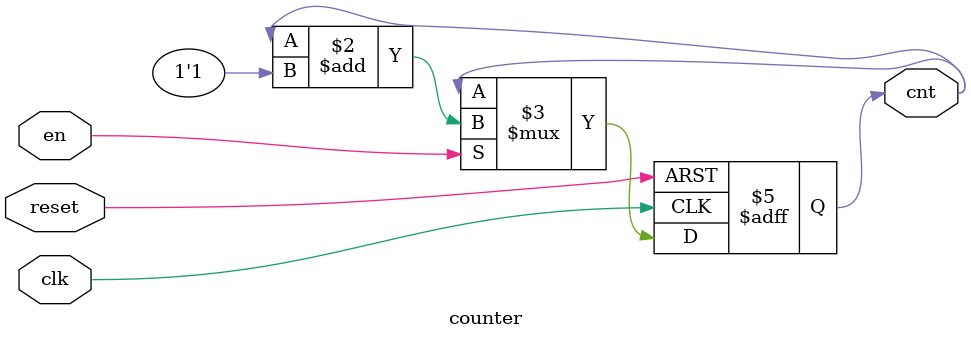
<source format=sv>
`include "config.vh"

`ifdef  USE_STRUCTURAL_IMPLEMENTATION

module counter
#(
	parameter w = 1
) 
(
	input		logic						clk,
	input		logic						reset,
	input		logic						en,
	output	logic [w - 1:0] cnt
);

	logic [w - 1:0] q;
	wire [w - 1:0] d = q + 1'b1;

	register #(w) i_reg(clk, reset, en, d, q);
    
	assign cnt = q;

endmodule: counter

`else

module counter
#(
	parameter w = 1
) 
(
	input		logic						clk,
	input		logic						reset,
	input		logic						en,
	output	logic [w - 1:0] cnt
);

	always_ff @(posedge clk or posedge reset)
		if (reset)
			cnt <= '0;
		else if (en)
			cnt <= cnt + 1'b1;

endmodule: counter

`endif

</source>
